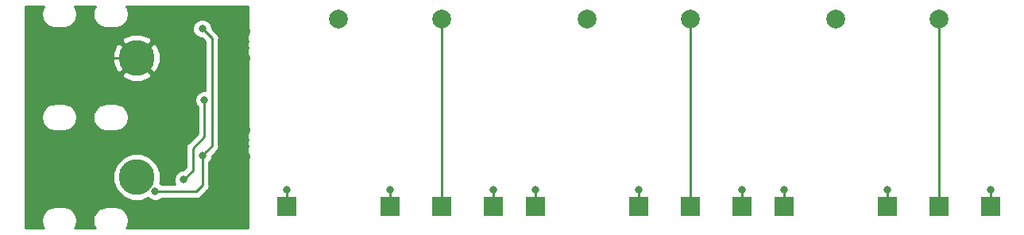
<source format=gbr>
G04 #@! TF.GenerationSoftware,KiCad,Pcbnew,5.0.0-fee4fd1~66~ubuntu16.04.1*
G04 #@! TF.CreationDate,2018-08-12T22:05:46+05:30*
G04 #@! TF.ProjectId,1sqinch555,317371696E63683535352E6B69636164,rev?*
G04 #@! TF.SameCoordinates,Original*
G04 #@! TF.FileFunction,Copper,L2,Bot,Signal*
G04 #@! TF.FilePolarity,Positive*
%FSLAX46Y46*%
G04 Gerber Fmt 4.6, Leading zero omitted, Abs format (unit mm)*
G04 Created by KiCad (PCBNEW 5.0.0-fee4fd1~66~ubuntu16.04.1) date Sun Aug 12 22:05:46 2018*
%MOMM*%
%LPD*%
G01*
G04 APERTURE LIST*
G04 #@! TA.AperFunction,ComponentPad*
%ADD10C,3.800000*%
G04 #@! TD*
G04 #@! TA.AperFunction,SMDPad,CuDef*
%ADD11R,2.000000X2.000000*%
G04 #@! TD*
G04 #@! TA.AperFunction,ComponentPad*
%ADD12C,2.000000*%
G04 #@! TD*
G04 #@! TA.AperFunction,ViaPad*
%ADD13C,0.800000*%
G04 #@! TD*
G04 #@! TA.AperFunction,Conductor*
%ADD14C,0.250000*%
G04 #@! TD*
G04 APERTURE END LIST*
D10*
G04 #@! TO.P,BT1,2*
G04 #@! TO.N,/GND*
X50000000Y-43650000D03*
G04 #@! TO.P,BT1,1*
G04 #@! TO.N,/9V*
X50000000Y-56350000D03*
G04 #@! TD*
D11*
G04 #@! TO.P,J7,1*
G04 #@! TO.N,/10*
X66000000Y-59500000D03*
G04 #@! TD*
G04 #@! TO.P,J9,1*
G04 #@! TO.N,/7*
X77000000Y-59499999D03*
G04 #@! TD*
G04 #@! TO.P,J11,1*
G04 #@! TO.N,/11*
X88000000Y-59500000D03*
G04 #@! TD*
G04 #@! TO.P,J13,1*
G04 #@! TO.N,/9*
X92500000Y-59500000D03*
G04 #@! TD*
G04 #@! TO.P,J15,1*
G04 #@! TO.N,/6*
X103500000Y-59499999D03*
G04 #@! TD*
G04 #@! TO.P,J17,1*
G04 #@! TO.N,/12*
X114500000Y-59500000D03*
G04 #@! TD*
G04 #@! TO.P,J19,1*
G04 #@! TO.N,/8*
X119000000Y-59500000D03*
G04 #@! TD*
G04 #@! TO.P,J21,1*
G04 #@! TO.N,/13*
X130000000Y-59499999D03*
G04 #@! TD*
G04 #@! TO.P,J23,1*
G04 #@! TO.N,/5*
X141000000Y-59500000D03*
G04 #@! TD*
G04 #@! TO.P,J25,1*
G04 #@! TO.N,/GND1*
X82500000Y-59500000D03*
G04 #@! TD*
G04 #@! TO.P,J27,1*
G04 #@! TO.N,/GND2*
X109000000Y-59500000D03*
G04 #@! TD*
G04 #@! TO.P,J29,1*
G04 #@! TO.N,/GND3*
X135500000Y-59500000D03*
G04 #@! TD*
D12*
G04 #@! TO.P,J30,1*
G04 #@! TO.N,/GND1*
X71500000Y-39500000D03*
G04 #@! TD*
G04 #@! TO.P,J31,1*
G04 #@! TO.N,/GND1*
X82500000Y-39500000D03*
G04 #@! TD*
G04 #@! TO.P,J32,1*
G04 #@! TO.N,/GND2*
X98000000Y-39500000D03*
G04 #@! TD*
G04 #@! TO.P,J33,1*
G04 #@! TO.N,/GND2*
X109000000Y-39500000D03*
G04 #@! TD*
G04 #@! TO.P,J34,1*
G04 #@! TO.N,/GND3*
X135500000Y-39500000D03*
G04 #@! TD*
G04 #@! TO.P,J35,1*
G04 #@! TO.N,/GND3*
X124500000Y-39500000D03*
G04 #@! TD*
D13*
G04 #@! TO.N,/9V*
X52000000Y-57905001D03*
X57000000Y-40550008D03*
X56999999Y-54099996D03*
G04 #@! TO.N,/GND*
X44500000Y-51900000D03*
X44500000Y-59200000D03*
X53300000Y-50500000D03*
X57000000Y-61250000D03*
X53299999Y-53025010D03*
X44500000Y-40900000D03*
G04 #@! TO.N,/5*
X141000000Y-57700000D03*
G04 #@! TO.N,/6*
X103500000Y-57700000D03*
G04 #@! TO.N,/7*
X77000000Y-57700000D03*
G04 #@! TO.N,/8*
X119000000Y-57700000D03*
G04 #@! TO.N,/9*
X92500000Y-57700000D03*
G04 #@! TO.N,/10*
X66000000Y-57700000D03*
G04 #@! TO.N,/11*
X88000000Y-57700000D03*
G04 #@! TO.N,/12*
X114500000Y-57700000D03*
G04 #@! TO.N,/13*
X130000000Y-57700000D03*
G04 #@! TO.N,/OUT*
X55000000Y-56650000D03*
X57249998Y-48150000D03*
G04 #@! TD*
D14*
G04 #@! TO.N,/9V*
X57000000Y-57250000D02*
X56999999Y-54099996D01*
X56345000Y-57905001D02*
X57000000Y-57250000D01*
X52000000Y-57905001D02*
X56345000Y-57905001D01*
X58025002Y-53074994D02*
X57399999Y-53699996D01*
X58025002Y-41575010D02*
X58025002Y-53074994D01*
X57399999Y-53699996D02*
X56999999Y-54099996D01*
X57000000Y-40550008D02*
X58025002Y-41575010D01*
G04 #@! TO.N,/GND*
X44899999Y-41299999D02*
X44500000Y-40900000D01*
X50000000Y-43650000D02*
X47250000Y-43650000D01*
X47250000Y-43650000D02*
X44899999Y-41299999D01*
G04 #@! TO.N,/5*
X141000000Y-59500000D02*
X141000000Y-57700000D01*
G04 #@! TO.N,/GND1*
X82500000Y-59500000D02*
X82500000Y-39500000D01*
G04 #@! TO.N,/6*
X103500000Y-59499999D02*
X103500000Y-57700000D01*
G04 #@! TO.N,/7*
X77000000Y-59499999D02*
X77000000Y-57700000D01*
G04 #@! TO.N,/8*
X119000000Y-59500000D02*
X119000000Y-57700000D01*
G04 #@! TO.N,/GND2*
X109000000Y-58250000D02*
X109000000Y-39500000D01*
X109000000Y-59500000D02*
X109000000Y-58250000D01*
G04 #@! TO.N,/9*
X92500000Y-59500000D02*
X92500000Y-57700000D01*
G04 #@! TO.N,/10*
X66000000Y-59500000D02*
X66000000Y-57700000D01*
G04 #@! TO.N,/11*
X88000000Y-59500000D02*
X88000000Y-57700000D01*
G04 #@! TO.N,/GND3*
X135500000Y-58250000D02*
X135500000Y-39500000D01*
X135500000Y-59500000D02*
X135500000Y-58250000D01*
G04 #@! TO.N,/12*
X114500000Y-59500000D02*
X114500000Y-57700000D01*
G04 #@! TO.N,/13*
X130000000Y-59499999D02*
X130000000Y-57700000D01*
G04 #@! TO.N,/OUT*
X56000000Y-55650000D02*
X55000000Y-56650000D01*
X56000000Y-53300000D02*
X56000000Y-55650000D01*
X57249998Y-52050002D02*
X56000000Y-53300000D01*
X57249998Y-48150000D02*
X57249998Y-52050002D01*
G04 #@! TD*
G04 #@! TO.N,/GND*
G36*
X39999659Y-38318838D02*
X39999654Y-38318843D01*
X39898867Y-38562167D01*
X39837971Y-38868312D01*
X39837971Y-39131684D01*
X39898867Y-39437831D01*
X39999654Y-39681155D01*
X39999658Y-39681159D01*
X40173073Y-39940694D01*
X40359304Y-40126926D01*
X40359309Y-40126928D01*
X40618844Y-40300344D01*
X40618845Y-40300345D01*
X40862169Y-40401132D01*
X41036624Y-40435833D01*
X41036628Y-40435836D01*
X41233519Y-40475000D01*
X42266481Y-40475000D01*
X42463372Y-40435836D01*
X42637832Y-40401134D01*
X42637833Y-40401134D01*
X42734143Y-40361241D01*
X42881156Y-40300347D01*
X42881159Y-40300344D01*
X43140696Y-40126928D01*
X43326928Y-39940697D01*
X43326930Y-39940693D01*
X43500344Y-39681161D01*
X43500346Y-39681159D01*
X43601134Y-39437835D01*
X43662031Y-39131688D01*
X43662032Y-38868316D01*
X43662030Y-38868311D01*
X43601135Y-38562169D01*
X43500348Y-38318845D01*
X43500347Y-38318844D01*
X43404234Y-38175000D01*
X45595768Y-38175000D01*
X45499655Y-38318841D01*
X45499655Y-38318842D01*
X45499653Y-38318844D01*
X45469111Y-38392580D01*
X45398866Y-38562164D01*
X45398866Y-38562168D01*
X45337970Y-38868313D01*
X45337970Y-39131685D01*
X45398866Y-39437831D01*
X45398866Y-39437836D01*
X45453622Y-39570026D01*
X45499653Y-39681156D01*
X45499654Y-39681157D01*
X45499655Y-39681159D01*
X45673074Y-39940696D01*
X45732669Y-40000291D01*
X45859303Y-40126926D01*
X46118841Y-40300345D01*
X46118843Y-40300346D01*
X46118844Y-40300347D01*
X46249151Y-40354322D01*
X46362164Y-40401133D01*
X46362166Y-40401133D01*
X46362168Y-40401134D01*
X46536628Y-40435836D01*
X46733519Y-40475000D01*
X47766481Y-40475000D01*
X47963372Y-40435836D01*
X48137832Y-40401134D01*
X48137836Y-40401134D01*
X48304825Y-40331964D01*
X48381156Y-40300347D01*
X48381157Y-40300346D01*
X48381159Y-40300345D01*
X48640696Y-40126926D01*
X48767331Y-40000291D01*
X48826926Y-39940697D01*
X49000345Y-39681159D01*
X49000346Y-39681157D01*
X49000347Y-39681156D01*
X49070188Y-39512543D01*
X49101133Y-39437836D01*
X49101133Y-39437834D01*
X49101134Y-39437832D01*
X49162029Y-39131689D01*
X49162030Y-39131687D01*
X49162030Y-38868315D01*
X49101134Y-38562168D01*
X49101133Y-38562166D01*
X49101133Y-38562164D01*
X49050016Y-38438756D01*
X49000347Y-38318844D01*
X49000345Y-38318842D01*
X49000345Y-38318841D01*
X48904233Y-38175000D01*
X61825000Y-38175000D01*
X61825001Y-40316481D01*
X61836527Y-40374429D01*
X61910638Y-40794731D01*
X61910638Y-40794737D01*
X61961150Y-40933518D01*
X61979268Y-40983295D01*
X61908211Y-41054352D01*
X61775000Y-41375952D01*
X61775000Y-41724048D01*
X61847882Y-41900000D01*
X61775000Y-42075952D01*
X61775000Y-42424048D01*
X61847882Y-42600000D01*
X61775000Y-42775952D01*
X61775000Y-43124048D01*
X61908211Y-43445648D01*
X61979268Y-43516705D01*
X61910638Y-43705263D01*
X61910638Y-43705269D01*
X61836534Y-44125536D01*
X61825000Y-44183520D01*
X61825001Y-50816481D01*
X61836527Y-50874429D01*
X61910638Y-51294731D01*
X61910638Y-51294737D01*
X61961993Y-51435834D01*
X61979268Y-51483295D01*
X61908211Y-51554352D01*
X61775000Y-51875952D01*
X61775000Y-52224048D01*
X61847882Y-52400000D01*
X61775000Y-52575952D01*
X61775000Y-52924048D01*
X61847882Y-53100000D01*
X61775000Y-53275952D01*
X61775000Y-53624048D01*
X61908211Y-53945648D01*
X61979268Y-54016705D01*
X61910638Y-54205263D01*
X61910638Y-54205269D01*
X61836534Y-54625536D01*
X61825000Y-54683520D01*
X61825001Y-61825000D01*
X48904233Y-61825000D01*
X49000343Y-61681161D01*
X49000345Y-61681159D01*
X49101133Y-61437835D01*
X49162030Y-61131688D01*
X49162031Y-60868316D01*
X49162029Y-60868311D01*
X49101134Y-60562169D01*
X49000347Y-60318845D01*
X49000346Y-60318844D01*
X48826928Y-60059306D01*
X48826928Y-60059305D01*
X48640696Y-59873073D01*
X48381161Y-59699657D01*
X48381159Y-59699655D01*
X48137835Y-59598867D01*
X47831688Y-59537970D01*
X47831686Y-59537970D01*
X47766481Y-59525000D01*
X46733519Y-59525000D01*
X46545374Y-59562424D01*
X46362168Y-59598866D01*
X46362166Y-59598867D01*
X46362164Y-59598867D01*
X46249151Y-59645678D01*
X46118844Y-59699653D01*
X46118843Y-59699654D01*
X46118841Y-59699655D01*
X45859303Y-59873074D01*
X45808843Y-59923535D01*
X45673074Y-60059304D01*
X45499655Y-60318841D01*
X45499655Y-60318842D01*
X45499653Y-60318844D01*
X45479162Y-60368315D01*
X45398866Y-60562164D01*
X45398866Y-60562168D01*
X45337970Y-60868313D01*
X45337970Y-61131685D01*
X45398866Y-61437832D01*
X45398866Y-61437836D01*
X45457829Y-61580183D01*
X45499653Y-61681156D01*
X45499654Y-61681157D01*
X45499655Y-61681159D01*
X45595768Y-61825000D01*
X43404234Y-61825000D01*
X43500344Y-61681161D01*
X43500346Y-61681159D01*
X43601134Y-61437835D01*
X43662031Y-61131688D01*
X43662032Y-60868316D01*
X43662030Y-60868311D01*
X43601135Y-60562169D01*
X43500348Y-60318845D01*
X43500347Y-60318844D01*
X43326929Y-60059306D01*
X43326929Y-60059305D01*
X43140697Y-59873073D01*
X42881162Y-59699657D01*
X42881160Y-59699655D01*
X42637836Y-59598867D01*
X42331689Y-59537970D01*
X42331686Y-59537970D01*
X42266481Y-59525000D01*
X41233519Y-59525000D01*
X41045374Y-59562424D01*
X40862168Y-59598866D01*
X40862165Y-59598866D01*
X40736923Y-59650744D01*
X40618844Y-59699653D01*
X40618842Y-59699655D01*
X40359305Y-59873072D01*
X40359304Y-59873073D01*
X40173072Y-60059304D01*
X39999655Y-60318842D01*
X39999652Y-60318845D01*
X39949983Y-60438758D01*
X39898865Y-60562167D01*
X39898865Y-60562169D01*
X39837969Y-60868314D01*
X39837969Y-61131686D01*
X39898865Y-61437832D01*
X39898865Y-61437835D01*
X39916078Y-61479390D01*
X39999652Y-61681157D01*
X39999654Y-61681159D01*
X40095765Y-61825000D01*
X38175000Y-61825000D01*
X38175000Y-55847746D01*
X47475000Y-55847746D01*
X47475000Y-56852254D01*
X47859408Y-57780298D01*
X48569702Y-58490592D01*
X49497746Y-58875000D01*
X50502254Y-58875000D01*
X51222213Y-58576783D01*
X51419384Y-58773954D01*
X51796115Y-58930001D01*
X52203885Y-58930001D01*
X52580616Y-58773954D01*
X52699569Y-58655001D01*
X56271134Y-58655001D01*
X56345000Y-58669694D01*
X56418865Y-58655001D01*
X56418866Y-58655001D01*
X56637635Y-58611485D01*
X56885720Y-58445721D01*
X56927565Y-58383095D01*
X57478100Y-57832560D01*
X57540720Y-57790719D01*
X57613411Y-57681928D01*
X57706484Y-57542635D01*
X57764693Y-57250000D01*
X57750000Y-57176134D01*
X57749998Y-54799566D01*
X57868952Y-54680612D01*
X58024999Y-54303881D01*
X58024999Y-54135655D01*
X58503098Y-53657558D01*
X58565722Y-53615714D01*
X58731486Y-53367629D01*
X58775002Y-53148860D01*
X58789695Y-53074995D01*
X58775002Y-53001129D01*
X58775002Y-41648876D01*
X58789695Y-41575010D01*
X58731486Y-41282374D01*
X58630665Y-41131485D01*
X58565722Y-41034290D01*
X58503099Y-40992447D01*
X58025000Y-40514349D01*
X58025000Y-40346123D01*
X57868953Y-39969392D01*
X57580616Y-39681055D01*
X57203885Y-39525008D01*
X56796115Y-39525008D01*
X56419384Y-39681055D01*
X56131047Y-39969392D01*
X55975000Y-40346123D01*
X55975000Y-40753893D01*
X56131047Y-41130624D01*
X56419384Y-41418961D01*
X56796115Y-41575008D01*
X56964341Y-41575008D01*
X57275002Y-41885670D01*
X57275002Y-47125000D01*
X57046113Y-47125000D01*
X56669382Y-47281047D01*
X56381045Y-47569384D01*
X56224998Y-47946115D01*
X56224998Y-48353885D01*
X56381045Y-48730616D01*
X56499998Y-48849569D01*
X56499999Y-51739340D01*
X55521906Y-52717435D01*
X55459280Y-52759280D01*
X55293516Y-53007366D01*
X55250843Y-53221897D01*
X55235307Y-53300000D01*
X55250000Y-53373865D01*
X55250001Y-55339339D01*
X54964341Y-55625000D01*
X54796115Y-55625000D01*
X54419384Y-55781047D01*
X54131047Y-56069384D01*
X53975000Y-56446115D01*
X53975000Y-56853885D01*
X54099726Y-57155001D01*
X52699569Y-57155001D01*
X52580616Y-57036048D01*
X52468164Y-56989469D01*
X52525000Y-56852254D01*
X52525000Y-55847746D01*
X52140592Y-54919702D01*
X51430298Y-54209408D01*
X50502254Y-53825000D01*
X49497746Y-53825000D01*
X48569702Y-54209408D01*
X47859408Y-54919702D01*
X47475000Y-55847746D01*
X38175000Y-55847746D01*
X38175000Y-49868314D01*
X39837971Y-49868314D01*
X39837971Y-50131685D01*
X39898867Y-50437832D01*
X39999654Y-50681156D01*
X39999659Y-50681161D01*
X40173073Y-50940695D01*
X40359304Y-51126927D01*
X40359309Y-51126929D01*
X40618844Y-51300345D01*
X40618845Y-51300346D01*
X40862169Y-51401133D01*
X41168315Y-51462029D01*
X41168319Y-51462029D01*
X41233519Y-51474998D01*
X42266481Y-51475000D01*
X42331686Y-51462030D01*
X42331688Y-51462030D01*
X42637835Y-51401133D01*
X42881159Y-51300345D01*
X42881161Y-51300343D01*
X43140696Y-51126927D01*
X43326928Y-50940695D01*
X43326929Y-50940692D01*
X43500347Y-50681155D01*
X43601134Y-50437831D01*
X43662030Y-50131686D01*
X43662031Y-50131684D01*
X43662031Y-49868314D01*
X45337970Y-49868314D01*
X45337970Y-50131685D01*
X45398866Y-50437831D01*
X45398866Y-50437836D01*
X45449984Y-50561243D01*
X45499653Y-50681156D01*
X45499654Y-50681157D01*
X45499655Y-50681159D01*
X45673074Y-50940696D01*
X45745749Y-51013371D01*
X45859303Y-51126926D01*
X46118841Y-51300345D01*
X46118843Y-51300346D01*
X46118844Y-51300347D01*
X46230795Y-51346718D01*
X46362164Y-51401133D01*
X46362166Y-51401133D01*
X46362168Y-51401134D01*
X46536628Y-51435836D01*
X46733519Y-51475000D01*
X47766481Y-51475000D01*
X47831686Y-51462030D01*
X47831687Y-51462030D01*
X48137834Y-51401133D01*
X48381158Y-51300345D01*
X48381160Y-51300343D01*
X48640695Y-51126927D01*
X48826927Y-50940695D01*
X48826928Y-50940692D01*
X49000346Y-50681155D01*
X49101133Y-50437831D01*
X49162029Y-50131686D01*
X49162030Y-50131684D01*
X49162029Y-49868312D01*
X49101132Y-49562165D01*
X49000344Y-49318841D01*
X49000342Y-49318839D01*
X48826926Y-49059304D01*
X48826926Y-49059303D01*
X48640694Y-48873072D01*
X48381157Y-48699656D01*
X48381154Y-48699653D01*
X48209098Y-48628386D01*
X48137831Y-48598866D01*
X48137830Y-48598866D01*
X47963373Y-48564165D01*
X47963372Y-48564164D01*
X47766481Y-48525000D01*
X46733519Y-48525000D01*
X46545374Y-48562424D01*
X46362168Y-48598866D01*
X46362166Y-48598867D01*
X46362164Y-48598867D01*
X46249151Y-48645678D01*
X46118844Y-48699653D01*
X46118843Y-48699654D01*
X46118841Y-48699655D01*
X45859303Y-48873074D01*
X45795750Y-48936628D01*
X45673074Y-49059304D01*
X45499655Y-49318841D01*
X45499655Y-49318842D01*
X45499653Y-49318844D01*
X45491731Y-49337970D01*
X45398866Y-49562164D01*
X45398866Y-49562168D01*
X45337971Y-49868312D01*
X45337970Y-49868314D01*
X43662031Y-49868314D01*
X43662030Y-49868312D01*
X43601133Y-49562165D01*
X43500345Y-49318841D01*
X43500343Y-49318839D01*
X43326927Y-49059304D01*
X43326927Y-49059303D01*
X43140695Y-48873072D01*
X42881158Y-48699656D01*
X42881155Y-48699653D01*
X42709099Y-48628386D01*
X42637832Y-48598866D01*
X42637831Y-48598866D01*
X42463372Y-48564164D01*
X42266481Y-48525000D01*
X41233519Y-48525002D01*
X41168319Y-48537971D01*
X41168315Y-48537971D01*
X40862169Y-48598867D01*
X40618845Y-48699654D01*
X40359309Y-48873071D01*
X40359304Y-48873073D01*
X40173073Y-49059305D01*
X39999659Y-49318839D01*
X39999654Y-49318844D01*
X39898867Y-49562168D01*
X39837972Y-49868312D01*
X39837971Y-49868314D01*
X38175000Y-49868314D01*
X38175000Y-45446041D01*
X48380736Y-45446041D01*
X48589678Y-45803806D01*
X49521258Y-46179564D01*
X50525722Y-46170220D01*
X51410322Y-45803806D01*
X51619264Y-45446041D01*
X50000000Y-43826777D01*
X48380736Y-45446041D01*
X38175000Y-45446041D01*
X38175000Y-43171258D01*
X47470436Y-43171258D01*
X47479780Y-44175722D01*
X47846194Y-45060322D01*
X48203959Y-45269264D01*
X49823223Y-43650000D01*
X50176777Y-43650000D01*
X51796041Y-45269264D01*
X52153806Y-45060322D01*
X52529564Y-44128742D01*
X52520220Y-43124278D01*
X52153806Y-42239678D01*
X51796041Y-42030736D01*
X50176777Y-43650000D01*
X49823223Y-43650000D01*
X48203959Y-42030736D01*
X47846194Y-42239678D01*
X47470436Y-43171258D01*
X38175000Y-43171258D01*
X38175000Y-41853959D01*
X48380736Y-41853959D01*
X50000000Y-43473223D01*
X51619264Y-41853959D01*
X51410322Y-41496194D01*
X50478742Y-41120436D01*
X49474278Y-41129780D01*
X48589678Y-41496194D01*
X48380736Y-41853959D01*
X38175000Y-41853959D01*
X38175000Y-38175000D01*
X40095768Y-38175000D01*
X39999659Y-38318838D01*
X39999659Y-38318838D01*
G37*
X39999659Y-38318838D02*
X39999654Y-38318843D01*
X39898867Y-38562167D01*
X39837971Y-38868312D01*
X39837971Y-39131684D01*
X39898867Y-39437831D01*
X39999654Y-39681155D01*
X39999658Y-39681159D01*
X40173073Y-39940694D01*
X40359304Y-40126926D01*
X40359309Y-40126928D01*
X40618844Y-40300344D01*
X40618845Y-40300345D01*
X40862169Y-40401132D01*
X41036624Y-40435833D01*
X41036628Y-40435836D01*
X41233519Y-40475000D01*
X42266481Y-40475000D01*
X42463372Y-40435836D01*
X42637832Y-40401134D01*
X42637833Y-40401134D01*
X42734143Y-40361241D01*
X42881156Y-40300347D01*
X42881159Y-40300344D01*
X43140696Y-40126928D01*
X43326928Y-39940697D01*
X43326930Y-39940693D01*
X43500344Y-39681161D01*
X43500346Y-39681159D01*
X43601134Y-39437835D01*
X43662031Y-39131688D01*
X43662032Y-38868316D01*
X43662030Y-38868311D01*
X43601135Y-38562169D01*
X43500348Y-38318845D01*
X43500347Y-38318844D01*
X43404234Y-38175000D01*
X45595768Y-38175000D01*
X45499655Y-38318841D01*
X45499655Y-38318842D01*
X45499653Y-38318844D01*
X45469111Y-38392580D01*
X45398866Y-38562164D01*
X45398866Y-38562168D01*
X45337970Y-38868313D01*
X45337970Y-39131685D01*
X45398866Y-39437831D01*
X45398866Y-39437836D01*
X45453622Y-39570026D01*
X45499653Y-39681156D01*
X45499654Y-39681157D01*
X45499655Y-39681159D01*
X45673074Y-39940696D01*
X45732669Y-40000291D01*
X45859303Y-40126926D01*
X46118841Y-40300345D01*
X46118843Y-40300346D01*
X46118844Y-40300347D01*
X46249151Y-40354322D01*
X46362164Y-40401133D01*
X46362166Y-40401133D01*
X46362168Y-40401134D01*
X46536628Y-40435836D01*
X46733519Y-40475000D01*
X47766481Y-40475000D01*
X47963372Y-40435836D01*
X48137832Y-40401134D01*
X48137836Y-40401134D01*
X48304825Y-40331964D01*
X48381156Y-40300347D01*
X48381157Y-40300346D01*
X48381159Y-40300345D01*
X48640696Y-40126926D01*
X48767331Y-40000291D01*
X48826926Y-39940697D01*
X49000345Y-39681159D01*
X49000346Y-39681157D01*
X49000347Y-39681156D01*
X49070188Y-39512543D01*
X49101133Y-39437836D01*
X49101133Y-39437834D01*
X49101134Y-39437832D01*
X49162029Y-39131689D01*
X49162030Y-39131687D01*
X49162030Y-38868315D01*
X49101134Y-38562168D01*
X49101133Y-38562166D01*
X49101133Y-38562164D01*
X49050016Y-38438756D01*
X49000347Y-38318844D01*
X49000345Y-38318842D01*
X49000345Y-38318841D01*
X48904233Y-38175000D01*
X61825000Y-38175000D01*
X61825001Y-40316481D01*
X61836527Y-40374429D01*
X61910638Y-40794731D01*
X61910638Y-40794737D01*
X61961150Y-40933518D01*
X61979268Y-40983295D01*
X61908211Y-41054352D01*
X61775000Y-41375952D01*
X61775000Y-41724048D01*
X61847882Y-41900000D01*
X61775000Y-42075952D01*
X61775000Y-42424048D01*
X61847882Y-42600000D01*
X61775000Y-42775952D01*
X61775000Y-43124048D01*
X61908211Y-43445648D01*
X61979268Y-43516705D01*
X61910638Y-43705263D01*
X61910638Y-43705269D01*
X61836534Y-44125536D01*
X61825000Y-44183520D01*
X61825001Y-50816481D01*
X61836527Y-50874429D01*
X61910638Y-51294731D01*
X61910638Y-51294737D01*
X61961993Y-51435834D01*
X61979268Y-51483295D01*
X61908211Y-51554352D01*
X61775000Y-51875952D01*
X61775000Y-52224048D01*
X61847882Y-52400000D01*
X61775000Y-52575952D01*
X61775000Y-52924048D01*
X61847882Y-53100000D01*
X61775000Y-53275952D01*
X61775000Y-53624048D01*
X61908211Y-53945648D01*
X61979268Y-54016705D01*
X61910638Y-54205263D01*
X61910638Y-54205269D01*
X61836534Y-54625536D01*
X61825000Y-54683520D01*
X61825001Y-61825000D01*
X48904233Y-61825000D01*
X49000343Y-61681161D01*
X49000345Y-61681159D01*
X49101133Y-61437835D01*
X49162030Y-61131688D01*
X49162031Y-60868316D01*
X49162029Y-60868311D01*
X49101134Y-60562169D01*
X49000347Y-60318845D01*
X49000346Y-60318844D01*
X48826928Y-60059306D01*
X48826928Y-60059305D01*
X48640696Y-59873073D01*
X48381161Y-59699657D01*
X48381159Y-59699655D01*
X48137835Y-59598867D01*
X47831688Y-59537970D01*
X47831686Y-59537970D01*
X47766481Y-59525000D01*
X46733519Y-59525000D01*
X46545374Y-59562424D01*
X46362168Y-59598866D01*
X46362166Y-59598867D01*
X46362164Y-59598867D01*
X46249151Y-59645678D01*
X46118844Y-59699653D01*
X46118843Y-59699654D01*
X46118841Y-59699655D01*
X45859303Y-59873074D01*
X45808843Y-59923535D01*
X45673074Y-60059304D01*
X45499655Y-60318841D01*
X45499655Y-60318842D01*
X45499653Y-60318844D01*
X45479162Y-60368315D01*
X45398866Y-60562164D01*
X45398866Y-60562168D01*
X45337970Y-60868313D01*
X45337970Y-61131685D01*
X45398866Y-61437832D01*
X45398866Y-61437836D01*
X45457829Y-61580183D01*
X45499653Y-61681156D01*
X45499654Y-61681157D01*
X45499655Y-61681159D01*
X45595768Y-61825000D01*
X43404234Y-61825000D01*
X43500344Y-61681161D01*
X43500346Y-61681159D01*
X43601134Y-61437835D01*
X43662031Y-61131688D01*
X43662032Y-60868316D01*
X43662030Y-60868311D01*
X43601135Y-60562169D01*
X43500348Y-60318845D01*
X43500347Y-60318844D01*
X43326929Y-60059306D01*
X43326929Y-60059305D01*
X43140697Y-59873073D01*
X42881162Y-59699657D01*
X42881160Y-59699655D01*
X42637836Y-59598867D01*
X42331689Y-59537970D01*
X42331686Y-59537970D01*
X42266481Y-59525000D01*
X41233519Y-59525000D01*
X41045374Y-59562424D01*
X40862168Y-59598866D01*
X40862165Y-59598866D01*
X40736923Y-59650744D01*
X40618844Y-59699653D01*
X40618842Y-59699655D01*
X40359305Y-59873072D01*
X40359304Y-59873073D01*
X40173072Y-60059304D01*
X39999655Y-60318842D01*
X39999652Y-60318845D01*
X39949983Y-60438758D01*
X39898865Y-60562167D01*
X39898865Y-60562169D01*
X39837969Y-60868314D01*
X39837969Y-61131686D01*
X39898865Y-61437832D01*
X39898865Y-61437835D01*
X39916078Y-61479390D01*
X39999652Y-61681157D01*
X39999654Y-61681159D01*
X40095765Y-61825000D01*
X38175000Y-61825000D01*
X38175000Y-55847746D01*
X47475000Y-55847746D01*
X47475000Y-56852254D01*
X47859408Y-57780298D01*
X48569702Y-58490592D01*
X49497746Y-58875000D01*
X50502254Y-58875000D01*
X51222213Y-58576783D01*
X51419384Y-58773954D01*
X51796115Y-58930001D01*
X52203885Y-58930001D01*
X52580616Y-58773954D01*
X52699569Y-58655001D01*
X56271134Y-58655001D01*
X56345000Y-58669694D01*
X56418865Y-58655001D01*
X56418866Y-58655001D01*
X56637635Y-58611485D01*
X56885720Y-58445721D01*
X56927565Y-58383095D01*
X57478100Y-57832560D01*
X57540720Y-57790719D01*
X57613411Y-57681928D01*
X57706484Y-57542635D01*
X57764693Y-57250000D01*
X57750000Y-57176134D01*
X57749998Y-54799566D01*
X57868952Y-54680612D01*
X58024999Y-54303881D01*
X58024999Y-54135655D01*
X58503098Y-53657558D01*
X58565722Y-53615714D01*
X58731486Y-53367629D01*
X58775002Y-53148860D01*
X58789695Y-53074995D01*
X58775002Y-53001129D01*
X58775002Y-41648876D01*
X58789695Y-41575010D01*
X58731486Y-41282374D01*
X58630665Y-41131485D01*
X58565722Y-41034290D01*
X58503099Y-40992447D01*
X58025000Y-40514349D01*
X58025000Y-40346123D01*
X57868953Y-39969392D01*
X57580616Y-39681055D01*
X57203885Y-39525008D01*
X56796115Y-39525008D01*
X56419384Y-39681055D01*
X56131047Y-39969392D01*
X55975000Y-40346123D01*
X55975000Y-40753893D01*
X56131047Y-41130624D01*
X56419384Y-41418961D01*
X56796115Y-41575008D01*
X56964341Y-41575008D01*
X57275002Y-41885670D01*
X57275002Y-47125000D01*
X57046113Y-47125000D01*
X56669382Y-47281047D01*
X56381045Y-47569384D01*
X56224998Y-47946115D01*
X56224998Y-48353885D01*
X56381045Y-48730616D01*
X56499998Y-48849569D01*
X56499999Y-51739340D01*
X55521906Y-52717435D01*
X55459280Y-52759280D01*
X55293516Y-53007366D01*
X55250843Y-53221897D01*
X55235307Y-53300000D01*
X55250000Y-53373865D01*
X55250001Y-55339339D01*
X54964341Y-55625000D01*
X54796115Y-55625000D01*
X54419384Y-55781047D01*
X54131047Y-56069384D01*
X53975000Y-56446115D01*
X53975000Y-56853885D01*
X54099726Y-57155001D01*
X52699569Y-57155001D01*
X52580616Y-57036048D01*
X52468164Y-56989469D01*
X52525000Y-56852254D01*
X52525000Y-55847746D01*
X52140592Y-54919702D01*
X51430298Y-54209408D01*
X50502254Y-53825000D01*
X49497746Y-53825000D01*
X48569702Y-54209408D01*
X47859408Y-54919702D01*
X47475000Y-55847746D01*
X38175000Y-55847746D01*
X38175000Y-49868314D01*
X39837971Y-49868314D01*
X39837971Y-50131685D01*
X39898867Y-50437832D01*
X39999654Y-50681156D01*
X39999659Y-50681161D01*
X40173073Y-50940695D01*
X40359304Y-51126927D01*
X40359309Y-51126929D01*
X40618844Y-51300345D01*
X40618845Y-51300346D01*
X40862169Y-51401133D01*
X41168315Y-51462029D01*
X41168319Y-51462029D01*
X41233519Y-51474998D01*
X42266481Y-51475000D01*
X42331686Y-51462030D01*
X42331688Y-51462030D01*
X42637835Y-51401133D01*
X42881159Y-51300345D01*
X42881161Y-51300343D01*
X43140696Y-51126927D01*
X43326928Y-50940695D01*
X43326929Y-50940692D01*
X43500347Y-50681155D01*
X43601134Y-50437831D01*
X43662030Y-50131686D01*
X43662031Y-50131684D01*
X43662031Y-49868314D01*
X45337970Y-49868314D01*
X45337970Y-50131685D01*
X45398866Y-50437831D01*
X45398866Y-50437836D01*
X45449984Y-50561243D01*
X45499653Y-50681156D01*
X45499654Y-50681157D01*
X45499655Y-50681159D01*
X45673074Y-50940696D01*
X45745749Y-51013371D01*
X45859303Y-51126926D01*
X46118841Y-51300345D01*
X46118843Y-51300346D01*
X46118844Y-51300347D01*
X46230795Y-51346718D01*
X46362164Y-51401133D01*
X46362166Y-51401133D01*
X46362168Y-51401134D01*
X46536628Y-51435836D01*
X46733519Y-51475000D01*
X47766481Y-51475000D01*
X47831686Y-51462030D01*
X47831687Y-51462030D01*
X48137834Y-51401133D01*
X48381158Y-51300345D01*
X48381160Y-51300343D01*
X48640695Y-51126927D01*
X48826927Y-50940695D01*
X48826928Y-50940692D01*
X49000346Y-50681155D01*
X49101133Y-50437831D01*
X49162029Y-50131686D01*
X49162030Y-50131684D01*
X49162029Y-49868312D01*
X49101132Y-49562165D01*
X49000344Y-49318841D01*
X49000342Y-49318839D01*
X48826926Y-49059304D01*
X48826926Y-49059303D01*
X48640694Y-48873072D01*
X48381157Y-48699656D01*
X48381154Y-48699653D01*
X48209098Y-48628386D01*
X48137831Y-48598866D01*
X48137830Y-48598866D01*
X47963373Y-48564165D01*
X47963372Y-48564164D01*
X47766481Y-48525000D01*
X46733519Y-48525000D01*
X46545374Y-48562424D01*
X46362168Y-48598866D01*
X46362166Y-48598867D01*
X46362164Y-48598867D01*
X46249151Y-48645678D01*
X46118844Y-48699653D01*
X46118843Y-48699654D01*
X46118841Y-48699655D01*
X45859303Y-48873074D01*
X45795750Y-48936628D01*
X45673074Y-49059304D01*
X45499655Y-49318841D01*
X45499655Y-49318842D01*
X45499653Y-49318844D01*
X45491731Y-49337970D01*
X45398866Y-49562164D01*
X45398866Y-49562168D01*
X45337971Y-49868312D01*
X45337970Y-49868314D01*
X43662031Y-49868314D01*
X43662030Y-49868312D01*
X43601133Y-49562165D01*
X43500345Y-49318841D01*
X43500343Y-49318839D01*
X43326927Y-49059304D01*
X43326927Y-49059303D01*
X43140695Y-48873072D01*
X42881158Y-48699656D01*
X42881155Y-48699653D01*
X42709099Y-48628386D01*
X42637832Y-48598866D01*
X42637831Y-48598866D01*
X42463372Y-48564164D01*
X42266481Y-48525000D01*
X41233519Y-48525002D01*
X41168319Y-48537971D01*
X41168315Y-48537971D01*
X40862169Y-48598867D01*
X40618845Y-48699654D01*
X40359309Y-48873071D01*
X40359304Y-48873073D01*
X40173073Y-49059305D01*
X39999659Y-49318839D01*
X39999654Y-49318844D01*
X39898867Y-49562168D01*
X39837972Y-49868312D01*
X39837971Y-49868314D01*
X38175000Y-49868314D01*
X38175000Y-45446041D01*
X48380736Y-45446041D01*
X48589678Y-45803806D01*
X49521258Y-46179564D01*
X50525722Y-46170220D01*
X51410322Y-45803806D01*
X51619264Y-45446041D01*
X50000000Y-43826777D01*
X48380736Y-45446041D01*
X38175000Y-45446041D01*
X38175000Y-43171258D01*
X47470436Y-43171258D01*
X47479780Y-44175722D01*
X47846194Y-45060322D01*
X48203959Y-45269264D01*
X49823223Y-43650000D01*
X50176777Y-43650000D01*
X51796041Y-45269264D01*
X52153806Y-45060322D01*
X52529564Y-44128742D01*
X52520220Y-43124278D01*
X52153806Y-42239678D01*
X51796041Y-42030736D01*
X50176777Y-43650000D01*
X49823223Y-43650000D01*
X48203959Y-42030736D01*
X47846194Y-42239678D01*
X47470436Y-43171258D01*
X38175000Y-43171258D01*
X38175000Y-41853959D01*
X48380736Y-41853959D01*
X50000000Y-43473223D01*
X51619264Y-41853959D01*
X51410322Y-41496194D01*
X50478742Y-41120436D01*
X49474278Y-41129780D01*
X48589678Y-41496194D01*
X48380736Y-41853959D01*
X38175000Y-41853959D01*
X38175000Y-38175000D01*
X40095768Y-38175000D01*
X39999659Y-38318838D01*
G04 #@! TD*
M02*

</source>
